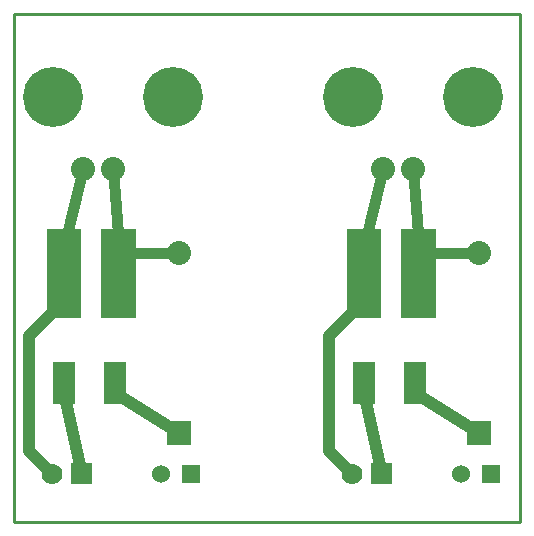
<source format=gbr>
G04 start of page 2 for group 0 idx 0 *
G04 Title: (unknown), component *
G04 Creator: pcb 20091103 *
G04 CreationDate: Wed Aug 18 22:41:48 2010 UTC *
G04 For: fosse *
G04 Format: Gerber/RS-274X *
G04 PCB-Dimensions: 600000 500000 *
G04 PCB-Coordinate-Origin: lower left *
%MOIN*%
%FSLAX25Y25*%
%LNFRONT*%
%ADD11C,0.0400*%
%ADD12C,0.0350*%
%ADD13C,0.0250*%
%ADD14C,0.0100*%
%ADD15C,0.0800*%
%ADD16C,0.0200*%
%ADD17C,0.0600*%
%ADD18C,0.0700*%
%ADD19C,0.2000*%
%ADD20R,0.0740X0.0740*%
%ADD21R,0.1143X0.1143*%
%ADD22C,0.0500*%
%ADD23C,0.0320*%
%ADD24C,0.0380*%
%ADD25C,0.0790*%
G54D11*X206500Y290500D02*X200500Y317500D01*
X239000Y304000D02*X217500Y317500D01*
X189000Y298000D02*X196500Y290500D01*
X189000Y336500D02*Y298000D01*
X200500Y348000D02*X189000Y336500D01*
X200500Y348193D02*Y348000D01*
G54D12*X239000Y364000D02*X221307D01*
G54D13*X218807Y366500D01*
G54D12*X200500D02*X207000Y392000D01*
G54D14*X84000Y443860D02*Y274510D01*
X252490D01*
Y443850D01*
G54D12*X218807Y366500D02*X217000Y392000D01*
G54D14*X84000Y443860D02*X252490D01*
G54D11*X100500Y348000D02*X89000Y336500D01*
X100500Y348193D02*Y348000D01*
G54D12*X139000Y364000D02*X121307D01*
G54D11*X106500Y290500D02*X100500Y317500D01*
X139000Y304000D02*X117500Y317500D01*
X89000Y298000D02*X96500Y290500D01*
X89000Y336500D02*Y298000D01*
G54D13*X121307Y364000D02*X118807Y366500D01*
G54D12*X100500D02*X107000Y392000D01*
X118807Y366500D02*X117000Y392000D01*
G54D15*X139000Y364000D03*
X107000Y392000D03*
X117000D03*
X207000D03*
X217000D03*
G54D16*G36*
X140000Y293500D02*Y287500D01*
X146000D01*
Y293500D01*
X140000D01*
G37*
G54D17*X133000Y290500D03*
G54D16*G36*
X103000Y294000D02*Y287000D01*
X110000D01*
Y294000D01*
X103000D01*
G37*
G54D18*X96500Y290500D03*
G54D16*G36*
X135000Y308000D02*Y300000D01*
X143000D01*
Y308000D01*
X135000D01*
G37*
G54D19*X97000Y416000D03*
X137000D03*
X197000D03*
X237000D03*
G54D16*G36*
X240000Y293500D02*Y287500D01*
X246000D01*
Y293500D01*
X240000D01*
G37*
G36*
X235000Y308000D02*Y300000D01*
X243000D01*
Y308000D01*
X235000D01*
G37*
G54D15*X239000Y364000D03*
G54D17*X233000Y290500D03*
G54D16*G36*
X203000Y294000D02*Y287000D01*
X210000D01*
Y294000D01*
X203000D01*
G37*
G54D18*X196500Y290500D03*
G54D17*X200500Y323900D03*
X217500Y317500D03*
X200500Y348193D03*
X100500Y323900D03*
X117500Y317500D03*
X100500Y348193D03*
X118807Y366500D03*
X218807D03*
G54D20*X200500Y323900D02*Y317500D01*
X217500Y323900D02*Y317500D01*
G54D21*X200500Y366500D02*Y348193D01*
G54D20*X100500Y323900D02*Y317500D01*
X117500Y323900D02*Y317500D01*
G54D21*X100500Y366500D02*Y348193D01*
X118807Y366500D02*Y348193D01*
X218807Y366500D02*Y348193D01*
G54D22*G54D23*G54D24*G54D22*G54D25*G54D24*G54D22*G54D24*G54D12*M02*

</source>
